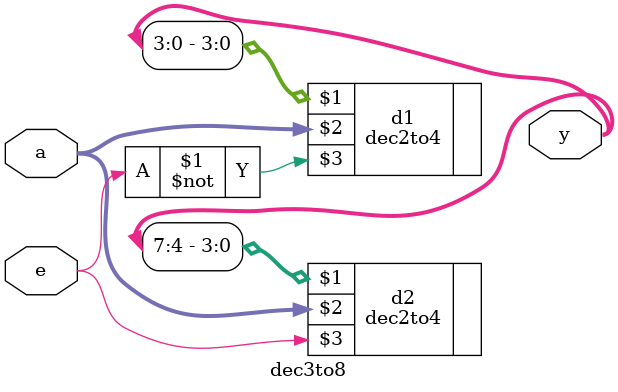
<source format=v>
`timescale 1ns / 1ps
module dec3to8(y,e,a);

input [1:0]a;
input e;
output [7:0]y;

dec2to4 d1 (y[3:0], a[1:0], (~e));
dec2to4 d2 (y[7:4], a[1:0], e);

endmodule
</source>
